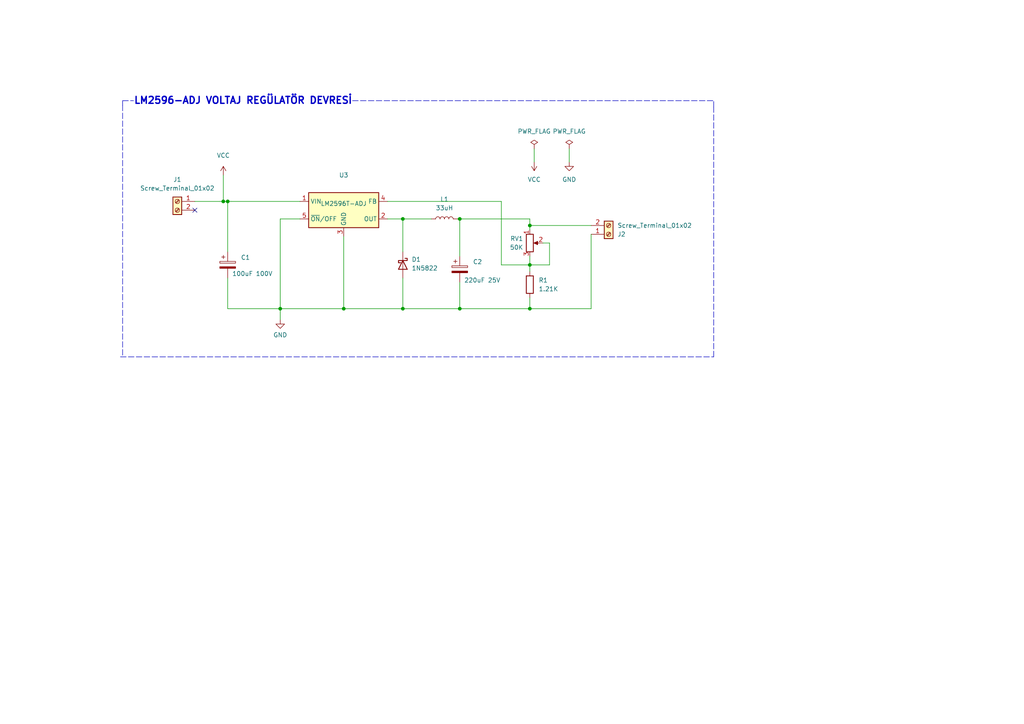
<source format=kicad_sch>
(kicad_sch (version 20211123) (generator eeschema)
  (paper "A4")
  (lib_symbols
    (symbol "Connector:Screw_Terminal_01x02" (pin_names (offset 1.016) hide)
      (property "Reference" "J" (at 0 2.54 0))
      (property "Value" "Screw_Terminal_01x02" (at 0 -5.08 0))
      (symbol "Screw_Terminal_01x02_1_1"
        (rectangle (start -1.27 1.27) (end 1.27 -3.81) (stroke (width 0.254)) (fill (type background)))
        (circle (center 0 -2.54) (radius 0.635) (stroke (width 0.1524)))
        (polyline (pts (xy -0.5334 -2.2098) (xy 0.3302 -3.048)) (stroke (width 0.1524)))
        (polyline (pts (xy -0.5334 0.3302) (xy 0.3302 -0.508)) (stroke (width 0.1524)))
        (polyline (pts (xy -0.3556 -2.032) (xy 0.508 -2.8702)) (stroke (width 0.1524)))
        (polyline (pts (xy -0.3556 0.508) (xy 0.508 -0.3302)) (stroke (width 0.1524)))
        (circle (center 0 0) (radius 0.635) (stroke (width 0.1524)))
        (pin passive line (at -5.08 0 0) (length 3.81) (name "Pin_1") (number "1"))
        (pin passive line (at -5.08 -2.54 0) (length 3.81) (name "Pin_2") (number "2"))
      )
    )
    (symbol "Device:C_Polarized" (pin_numbers hide) (pin_names (offset 0.254))
      (property "Reference" "C" (at 0.635 2.54 0))
      (property "Value" "C_Polarized" (at 0.635 -2.54 0))
      (symbol "C_Polarized_0_1"
        (rectangle (start -2.286 0.508) (end 2.286 1.016))
        (polyline (pts (xy -1.778 2.286) (xy -0.762 2.286)))
        (polyline (pts (xy -1.27 2.794) (xy -1.27 1.778)))
        (rectangle (start 2.286 -0.508) (end -2.286 -1.016) (fill (type outline)))
      )
      (symbol "C_Polarized_1_1"
        (pin passive line (at 0 3.81 270) (length 2.794) (name "~") (number "1"))
        (pin passive line (at 0 -3.81 90) (length 2.794) (name "~") (number "2"))
      )
    )
    (symbol "Device:L" (pin_numbers hide) (pin_names (offset 1.016) hide)
      (property "Reference" "L" (at -1.27 0 90))
      (property "Value" "L" (at 1.905 0 90))
      (symbol "L_0_1"
        (arc (start 0 -2.54) (mid 0.635 -1.905) (end 0 -1.27))
        (arc (start 0 -1.27) (mid 0.635 -0.635) (end 0 0))
        (arc (start 0 0) (mid 0.635 0.635) (end 0 1.27))
        (arc (start 0 1.27) (mid 0.635 1.905) (end 0 2.54))
      )
      (symbol "L_1_1"
        (pin passive line (at 0 3.81 270) (length 1.27) (name "1") (number "1"))
        (pin passive line (at 0 -3.81 90) (length 1.27) (name "2") (number "2"))
      )
    )
    (symbol "Device:R" (pin_numbers hide) (pin_names (offset 0))
      (property "Reference" "R" (at 2.032 0 90))
      (property "Value" "R" (at 0 0 90))
      (symbol "R_0_1"
        (rectangle (start -1.016 -2.54) (end 1.016 2.54) (stroke (width 0.254)))
      )
      (symbol "R_1_1"
        (pin passive line (at 0 3.81 270) (length 1.27) (name "~") (number "1"))
        (pin passive line (at 0 -3.81 90) (length 1.27) (name "~") (number "2"))
      )
    )
    (symbol "Device:R_Potentiometer" (pin_names (offset 1.016) hide)
      (property "Reference" "RV" (at -4.445 0 90))
      (property "Value" "R_Potentiometer" (at -2.54 0 90))
      (symbol "R_Potentiometer_0_1"
        (polyline (pts (xy 2.54 0) (xy 1.524 0)))
        (polyline (pts (xy 1.143 0) (xy 2.286 0.508) (xy 2.286 -0.508) (xy 1.143 0)) (fill (type outline)))
        (rectangle (start 1.016 2.54) (end -1.016 -2.54) (stroke (width 0.254)))
      )
      (symbol "R_Potentiometer_1_1"
        (pin passive line (at 0 3.81 270) (length 1.27) (name "1") (number "1"))
        (pin passive line (at 3.81 0 180) (length 1.27) (name "2") (number "2"))
        (pin passive line (at 0 -3.81 90) (length 1.27) (name "3") (number "3"))
      )
    )
    (symbol "Diode:1N5822" (pin_numbers hide) (pin_names (offset 1.016) hide)
      (property "Reference" "D" (at 0 2.54 0))
      (property "Value" "1N5822" (at 0 -2.54 0))
      (symbol "1N5822_0_1"
        (polyline (pts (xy 1.27 0) (xy -1.27 0)))
        (polyline (pts (xy 1.27 1.27) (xy 1.27 -1.27) (xy -1.27 0) (xy 1.27 1.27)) (stroke (width 0.254)))
        (polyline (pts (xy -1.905 0.635) (xy -1.905 1.27) (xy -1.27 1.27) (xy -1.27 -1.27) (xy -0.635 -1.27) (xy -0.635 -0.635)) (stroke (width 0.254)))
      )
      (symbol "1N5822_1_1"
        (pin passive line (at -3.81 0 0) (length 2.54) (name "K") (number "1"))
        (pin passive line (at 3.81 0 180) (length 2.54) (name "A") (number "2"))
      )
    )
    (symbol "Regulator_Switching:LM2596T-ADJ"
      (property "Reference" "U" (at -10.16 6.35 0))
      (property "Value" "LM2596T-ADJ" (at 0 6.35 0))
      (symbol "LM2596T-ADJ_0_1"
        (rectangle (start -10.16 5.08) (end 10.16 -5.08) (stroke (width 0.254)) (fill (type background)))
      )
      (symbol "LM2596T-ADJ_1_1"
        (pin power_in line (at -12.7 2.54 0) (length 2.54) (name "VIN") (number "1"))
        (pin output line (at 12.7 -2.54 180) (length 2.54) (name "OUT") (number "2"))
        (pin power_in line (at 0 -7.62 90) (length 2.54) (name "GND") (number "3"))
        (pin input line (at 12.7 2.54 180) (length 2.54) (name "FB") (number "4"))
        (pin input line (at -12.7 -2.54 0) (length 2.54) (name "~{ON}/OFF") (number "5"))
      )
    )
    (symbol "power:GND" (power) (pin_names (offset 0))
      (property "Value" "GND" (at 0 -3.81 0))
      (symbol "GND_0_1"
        (polyline (pts (xy 0 0) (xy 0 -1.27) (xy 1.27 -1.27) (xy 0 -2.54) (xy -1.27 -1.27) (xy 0 -1.27)))
      )
      (symbol "GND_1_1"
        (pin power_in line (at 0 0 270) (length 0) hide (name "GND") (number "1"))
      )
    )
    (symbol "power:PWR_FLAG" (power) (pin_numbers hide) (pin_names (offset 0) hide)
      (property "Value" "PWR_FLAG" (at 0 3.81 0))
      (symbol "PWR_FLAG_0_0"
        (pin power_out line (at 0 0 90) (length 0) (name "pwr") (number "1"))
      )
      (symbol "PWR_FLAG_0_1"
        (polyline (pts (xy 0 0) (xy 0 1.27) (xy -1.016 1.905) (xy 0 2.54) (xy 1.016 1.905) (xy 0 1.27)))
      )
    )
    (symbol "power:VCC" (power) (pin_names (offset 0))
      (property "Value" "VCC" (at 0 3.81 0))
      (symbol "VCC_0_1"
        (polyline (pts (xy -0.762 1.27) (xy 0 2.54)))
        (polyline (pts (xy 0 0) (xy 0 2.54)))
        (polyline (pts (xy 0 2.54) (xy 0.762 1.27)))
      )
      (symbol "VCC_1_1"
        (pin power_in line (at 0 0 90) (length 0) hide (name "VCC") (number "1"))
      )
    )
  )
  (junction (at 153.67 89.535))
  (junction (at 64.77 58.42))
  (junction (at 133.35 89.535))
  (junction (at 81.28 89.535))
  (junction (at 99.695 89.535))
  (junction (at 116.84 63.5))
  (junction (at 153.67 76.835))
  (junction (at 116.84 89.535))
  (junction (at 66.04 58.42))
  (junction (at 133.35 63.5))
  (junction (at 153.67 65.405))
  (no_connect (at 56.515 60.96))
  (wire (pts (xy 153.67 74.295) (xy 153.67 76.835)))
  (wire (pts (xy 64.77 50.8) (xy 64.77 58.42)))
  (wire (pts (xy 112.395 63.5) (xy 116.84 63.5)))
  (polyline (pts (xy 102.235 29.21) (xy 207.01 29.21)))
  (wire (pts (xy 153.67 76.835) (xy 159.385 76.835)))
  (wire (pts (xy 116.84 89.535) (xy 133.35 89.535)))
  (wire (pts (xy 133.35 63.5) (xy 133.35 74.295)))
  (wire (pts (xy 145.415 58.42) (xy 145.415 76.835)))
  (wire (pts (xy 153.67 89.535) (xy 153.67 86.36)))
  (wire (pts (xy 66.04 89.535) (xy 81.28 89.535)))
  (wire (pts (xy 153.67 65.405) (xy 153.67 66.675)))
  (wire (pts (xy 66.04 58.42) (xy 86.995 58.42)))
  (wire (pts (xy 165.1 43.18) (xy 165.1 46.99)))
  (wire (pts (xy 154.94 43.18) (xy 154.94 46.99)))
  (wire (pts (xy 153.67 76.835) (xy 153.67 78.74)))
  (wire (pts (xy 81.28 89.535) (xy 99.695 89.535)))
  (polyline (pts (xy 35.56 30.48) (xy 35.56 29.845)))
  (wire (pts (xy 171.45 65.405) (xy 153.67 65.405)))
  (polyline (pts (xy 35.56 29.21) (xy 38.735 29.21)))
  (polyline (pts (xy 34.925 103.505) (xy 207.01 103.505)))
  (wire (pts (xy 116.84 80.645) (xy 116.84 89.535)))
  (polyline (pts (xy 207.01 31.115) (xy 207.01 29.21)))
  (wire (pts (xy 132.715 63.5) (xy 133.35 63.5)))
  (wire (pts (xy 56.515 58.42) (xy 64.77 58.42)))
  (wire (pts (xy 157.48 70.485) (xy 159.385 70.485)))
  (wire (pts (xy 66.04 58.42) (xy 66.04 73.025)))
  (wire (pts (xy 133.35 81.915) (xy 133.35 89.535)))
  (wire (pts (xy 171.45 67.945) (xy 171.45 89.535)))
  (wire (pts (xy 99.695 68.58) (xy 99.695 89.535)))
  (wire (pts (xy 153.67 63.5) (xy 133.35 63.5)))
  (wire (pts (xy 133.35 89.535) (xy 153.67 89.535)))
  (wire (pts (xy 112.395 58.42) (xy 145.415 58.42)))
  (wire (pts (xy 116.84 63.5) (xy 116.84 73.025)))
  (wire (pts (xy 145.415 76.835) (xy 153.67 76.835)))
  (polyline (pts (xy 207.01 103.505) (xy 207.01 30.48)))
  (wire (pts (xy 66.04 80.645) (xy 66.04 89.535)))
  (wire (pts (xy 81.28 63.5) (xy 81.28 89.535)))
  (wire (pts (xy 159.385 76.835) (xy 159.385 70.485)))
  (wire (pts (xy 86.995 63.5) (xy 81.28 63.5)))
  (wire (pts (xy 81.28 89.535) (xy 81.28 92.71)))
  (wire (pts (xy 64.77 58.42) (xy 66.04 58.42)))
  (wire (pts (xy 116.84 89.535) (xy 99.695 89.535)))
  (wire (pts (xy 116.84 63.5) (xy 125.095 63.5)))
  (wire (pts (xy 153.67 63.5) (xy 153.67 65.405)))
  (polyline (pts (xy 35.56 29.845) (xy 35.56 29.21)))
  (polyline (pts (xy 35.56 30.48) (xy 35.56 103.505)))
  (wire (pts (xy 171.45 89.535) (xy 153.67 89.535)))
  (text "LM2596-ADJ VOLTAJ REGÜLATÖR DEVRESİ" (at 38.735 30.48 0) (effects (font (size 2 2) (thickness 0.4) bold) (justify left bottom)))
  (symbol (lib_id "Device:C_Polarized") (at 66.04 76.835 0) (unit 1)
    (property "Reference" "C1" (at 69.85 74.6759 0) (effects (justify left)))
    (property "Value" "100uF 100V" (at 67.31 79.375 0) (effects (justify left)))
    (property "Footprint" "Capacitor_THT:CP_Radial_D8.0mm_P3.50mm" (effects hide))
  )
  (symbol (lib_id "Regulator_Switching:LM2596T-ADJ") (at 99.695 60.96 0) (unit 1)
    (property "Reference" "U3" (at 99.695 50.8 0))
    (property "Value" "LM2596T-ADJ" (at 99.695 59.055 0))
    (property "Footprint" "Package_TO_SOT_THT:TO-220-5_P3.4x3.7mm_StaggerOdd_Lead3.8mm_Vertical" (effects hide))
    (property "Datasheet" "http://www.ti.com/lit/ds/symlink/lm2596.pdf" (effects hide))
  )
  (symbol (lib_id "Device:L") (at 128.905 63.5 90) (unit 1)
    (property "Reference" "L1" (at 128.905 57.785 90))
    (property "Value" "33uH" (at 128.905 60.325 90))
    (property "Footprint" "Inductor_THT:L_Radial_D9.5mm_P5.00mm_Fastron_07HVP" (effects hide))
  )
  (symbol (lib_id "power:GND") (at 81.28 92.71 0) (unit 1)
    (property "Reference" "#PWR0107" (effects hide))
    (property "Value" "GND" (at 81.28 97.155 0))
  )
  (symbol (lib_id "Device:C_Polarized") (at 133.35 78.105 0) (unit 1)
    (property "Reference" "C2" (at 137.16 75.9459 0) (effects (justify left)))
    (property "Value" "220uF 25V" (at 134.62 81.28 0) (effects (justify left)))
    (property "Footprint" "Capacitor_THT:CP_Radial_D8.0mm_P3.50mm" (effects hide))
  )
  (symbol (lib_id "Device:R") (at 153.67 82.55 0) (unit 1)
    (property "Reference" "R1" (at 156.21 81.2799 0) (effects (justify left)))
    (property "Value" "1.21K" (at 156.21 83.8199 0) (effects (justify left)))
    (property "Footprint" "Resistor_THT:R_Axial_DIN0207_L6.3mm_D2.5mm_P10.16mm_Horizontal" (effects hide))
  )
  (symbol (lib_id "power:PWR_FLAG") (at 154.94 43.18 0) (unit 1)
    (property "Reference" "#FLG0102" (effects hide))
    (property "Value" "PWR_FLAG" (at 154.94 38.1 0))
  )
  (symbol (lib_id "power:VCC") (at 154.94 46.99 180) (unit 1)
    (property "Reference" "#PWR0104" (effects hide))
    (property "Value" "VCC" (at 154.94 52.07 0))
  )
  (symbol (lib_id "power:PWR_FLAG") (at 165.1 43.18 0) (unit 1)
    (property "Reference" "#FLG0101" (effects hide))
    (property "Value" "PWR_FLAG" (at 165.1 38.1 0))
  )
  (symbol (lib_id "power:GND") (at 165.1 46.99 0) (unit 1)
    (property "Reference" "#PWR0101" (effects hide))
    (property "Value" "GND" (at 165.1 52.07 0))
  )
  (symbol (lib_id "power:VCC") (at 64.77 50.8 0) (unit 1)
    (property "Reference" "#PWR0105" (effects hide))
    (property "Value" "VCC" (at 64.77 45.085 0))
  )
  (symbol (lib_id "Diode:1N5822") (at 116.84 76.835 270) (unit 1)
    (property "Reference" "D1" (at 119.38 75.2474 90) (effects (justify left)))
    (property "Value" "1N5822" (at 119.38 77.7874 90) (effects (justify left)))
    (property "Footprint" "Diode_THT:D_DO-201AD_P15.24mm_Horizontal" (effects hide))
    (property "Datasheet" "http://www.vishay.com/docs/88526/1n5820.pdf" (effects hide))
  )
  (symbol (lib_id "Connector:Screw_Terminal_01x02") (at 176.53 67.945 0) (mirror x) (unit 1)
    (property "Reference" "J2" (at 179.07 67.9451 0) (effects (justify left)))
    (property "Value" "Screw_Terminal_01x02" (at 179.07 65.4051 0) (effects (justify left)))
    (property "Footprint" "TerminalBlock_Phoenix:TerminalBlock_Phoenix_PT-1,5-2-3.5-H_1x02_P3.50mm_Horizontal" (effects hide))
  )
  (symbol (lib_id "Connector:Screw_Terminal_01x02") (at 51.435 58.42 0) (mirror y) (unit 1)
    (property "Reference" "J1" (at 51.435 52.07 0))
    (property "Value" "Screw_Terminal_01x02" (at 51.435 54.61 0))
    (property "Footprint" "TerminalBlock_Phoenix:TerminalBlock_Phoenix_PT-1,5-2-3.5-H_1x02_P3.50mm_Horizontal" (effects hide))
  )
  (symbol (lib_id "Device:R_Potentiometer") (at 153.67 70.485 0) (unit 1)
    (property "Reference" "RV1" (at 151.765 69.2149 0) (effects (justify right)))
    (property "Value" "50K" (at 151.765 71.7549 0) (effects (justify right)))
    (property "Footprint" "Potentiometer_THT:Potentiometer_Bourns_3296W_Vertical" (effects hide))
  )
)
</source>
